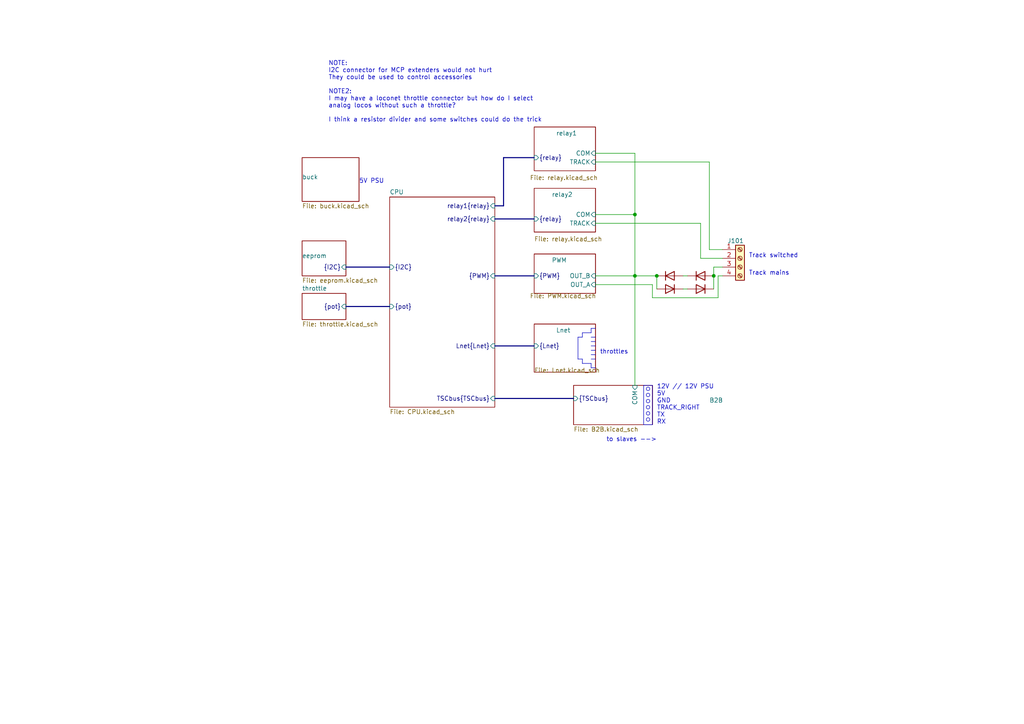
<source format=kicad_sch>
(kicad_sch (version 20230121) (generator eeschema)
  (paper "A4")
  (lib_symbols
    (symbol "Connector:Screw_Terminal_01x04" (pin_names (offset 1.016) hide)
      (property "Reference" "J" (at 0 5.08 0))
      (property "Value" "Screw_Terminal_01x04" (at 0 -7.62 0))
      (symbol "Screw_Terminal_01x04_1_1"
        (rectangle (start -1.27 3.81) (end 1.27 -6.35) (stroke (width 0.254)) (fill (type background)))
        (circle (center 0 -5.08) (radius 0.635) (stroke (width 0.1524)))
        (circle (center 0 -2.54) (radius 0.635) (stroke (width 0.1524)))
        (polyline (pts (xy -0.5334 -4.7498) (xy 0.3302 -5.588)) (stroke (width 0.1524)))
        (polyline (pts (xy -0.5334 -2.2098) (xy 0.3302 -3.048)) (stroke (width 0.1524)))
        (polyline (pts (xy -0.5334 0.3302) (xy 0.3302 -0.508)) (stroke (width 0.1524)))
        (polyline (pts (xy -0.5334 2.8702) (xy 0.3302 2.032)) (stroke (width 0.1524)))
        (polyline (pts (xy -0.3556 -4.572) (xy 0.508 -5.4102)) (stroke (width 0.1524)))
        (polyline (pts (xy -0.3556 -2.032) (xy 0.508 -2.8702)) (stroke (width 0.1524)))
        (polyline (pts (xy -0.3556 0.508) (xy 0.508 -0.3302)) (stroke (width 0.1524)))
        (polyline (pts (xy -0.3556 3.048) (xy 0.508 2.2098)) (stroke (width 0.1524)))
        (circle (center 0 0) (radius 0.635) (stroke (width 0.1524)))
        (circle (center 0 2.54) (radius 0.635) (stroke (width 0.1524)))
        (pin passive line (at -5.08 2.54 0) (length 3.81) (name "Pin_1") (number "1"))
        (pin passive line (at -5.08 0 0) (length 3.81) (name "Pin_2") (number "2"))
        (pin passive line (at -5.08 -2.54 0) (length 3.81) (name "Pin_3") (number "3"))
        (pin passive line (at -5.08 -5.08 0) (length 3.81) (name "Pin_4") (number "4"))
      )
    )
    (symbol "custom_kicad_lib_sk:SS53" (pin_numbers hide) (pin_names (offset 1.016) hide)
      (property "Reference" "D" (at 0 2.54 0))
      (property "Value" "SS53" (at 0 -1.27 0))
      (symbol "SS53_0_1"
        (polyline (pts (xy -1.27 2.54) (xy -1.27 0)) (stroke (width 0.254)))
        (polyline (pts (xy 1.27 1.27) (xy -1.27 1.27)))
        (polyline (pts (xy 1.27 2.54) (xy 1.27 0) (xy -1.27 1.27) (xy 1.27 2.54)) (stroke (width 0.254)))
      )
      (symbol "SS53_1_1"
        (pin passive line (at -3.81 1.27 0) (length 2.54) (name "K") (number "1"))
        (pin passive line (at 3.81 1.27 180) (length 2.54) (name "A") (number "2"))
      )
    )
  )
  (bus_alias "I2C" (members "SDA" "SCL"))
  (bus_alias "Lnet" (members "Tx" "Rx"))
  (bus_alias "PWM" (members "A" "B" "CS"))
  (bus_alias "relay" (members "relay" "sensor" "add"))
  (junction (at 190.5 80.01))
  (junction (at 207.01 80.01))
  (junction (at 184.15 80.01))
  (junction (at 184.15 62.23))
  (polyline (pts (xy 168.91 104.14) (xy 167.64 104.14)))
  (wire (pts (xy 208.28 86.36) (xy 208.28 80.01)))
  (wire (pts (xy 203.2 64.77) (xy 172.72 64.77)))
  (polyline (pts (xy 167.64 104.14) (xy 167.64 97.79)))
  (polyline (pts (xy 171.45 105.41) (xy 168.91 105.41)))
  (wire (pts (xy 205.74 72.39) (xy 209.55 72.39)))
  (wire (pts (xy 207.01 80.01) (xy 207.01 77.47)))
  (bus (pts (xy 146.05 45.72) (xy 154.94 45.72)))
  (wire (pts (xy 172.72 80.01) (xy 184.15 80.01)))
  (polyline (pts (xy 171.45 101.6) (xy 172.72 101.6)))
  (wire (pts (xy 184.15 80.01) (xy 184.15 62.23)))
  (polyline (pts (xy 171.45 96.52) (xy 171.45 95.25)))
  (wire (pts (xy 189.23 82.55) (xy 189.23 86.36)))
  (wire (pts (xy 190.5 80.01) (xy 184.15 80.01)))
  (bus (pts (xy 143.51 59.69) (xy 146.05 59.69)))
  (wire (pts (xy 184.15 44.45) (xy 184.15 62.23)))
  (polyline (pts (xy 171.45 97.79) (xy 172.72 97.79)))
  (bus (pts (xy 146.05 59.69) (xy 146.05 45.72)))
  (polyline (pts (xy 168.91 97.79) (xy 168.91 96.52)))
  (wire (pts (xy 190.5 80.01) (xy 190.5 83.82)))
  (polyline (pts (xy 172.72 106.68) (xy 171.45 106.68)))
  (bus (pts (xy 143.51 80.01) (xy 154.94 80.01)))
  (wire (pts (xy 199.39 83.82) (xy 198.12 83.82)))
  (wire (pts (xy 203.2 74.93) (xy 203.2 64.77)))
  (polyline (pts (xy 171.45 106.68) (xy 171.45 105.41)))
  (wire (pts (xy 205.74 46.99) (xy 205.74 72.39)))
  (polyline (pts (xy 171.45 102.87) (xy 172.72 102.87)))
  (polyline (pts (xy 171.45 100.33) (xy 172.72 100.33)))
  (polyline (pts (xy 168.91 105.41) (xy 168.91 104.14)))
  (wire (pts (xy 184.15 62.23) (xy 172.72 62.23)))
  (polyline (pts (xy 167.64 97.79) (xy 168.91 97.79)))
  (wire (pts (xy 207.01 77.47) (xy 209.55 77.47)))
  (polyline (pts (xy 171.45 95.25) (xy 172.72 95.25)))
  (bus (pts (xy 143.51 63.5) (xy 154.94 63.5)))
  (polyline (pts (xy 168.91 96.52) (xy 171.45 96.52)))
  (wire (pts (xy 172.72 44.45) (xy 184.15 44.45)))
  (wire (pts (xy 184.15 80.01) (xy 184.15 111.76)))
  (bus (pts (xy 100.33 77.47) (xy 113.03 77.47)))
  (bus (pts (xy 100.33 88.9) (xy 113.03 88.9)))
  (wire (pts (xy 189.23 86.36) (xy 208.28 86.36)))
  (wire (pts (xy 207.01 80.01) (xy 207.01 83.82)))
  (wire (pts (xy 172.72 46.99) (xy 205.74 46.99)))
  (wire (pts (xy 209.55 74.93) (xy 203.2 74.93)))
  (polyline (pts (xy 171.45 99.06) (xy 172.72 99.06)))
  (polyline (pts (xy 171.45 104.14) (xy 172.72 104.14)))
  (bus (pts (xy 143.51 100.33) (xy 154.94 100.33)))
  (wire (pts (xy 172.72 82.55) (xy 189.23 82.55)))
  (wire (pts (xy 208.28 80.01) (xy 209.55 80.01)))
  (bus (pts (xy 143.51 115.57) (xy 166.37 115.57)))
  (wire (pts (xy 199.39 80.01) (xy 198.12 80.01)))
  (circle (center 187.96 118.11) (radius 0.508))
  (circle (center 187.96 114.554) (radius 0.508))
  (rectangle (start 186.69 111.76) (end 189.23 123.19))
  (circle (center 187.96 121.666) (radius 0.508))
  (circle (center 187.96 116.332) (radius 0.508))
  (circle (center 187.96 119.888) (radius 0.508))
  (circle (center 187.96 112.776) (radius 0.508))
  (text "5V PSU" (at 104.14 53.34 0) (effects (font (size 1.27 1.27)) (justify left bottom)))
  (text "NOTE:\nI2C connector for MCP extenders would not hurt\nThey could be used to control accessories\n\nNOTE2:\nI may have a loconet throttle connector but how do I select\nanalog locos without such a throttle?\n\nI think a resistor divider and some switches could do the trick" (at 95.25 35.56 0) (effects (font (size 1.27 1.27)) (justify left bottom)))
  (text "Track switched" (at 217.17 74.93 0) (effects (font (size 1.27 1.27)) (justify left bottom)))
  (text "throttles" (at 173.99 102.87 0) (effects (font (size 1.27 1.27)) (justify left bottom)))
  (text "to slaves -->" (at 190.5 128.27 0) (effects (font (size 1.27 1.27)) (justify right bottom)))
  (text "Track mains" (at 217.17 80.01 0) (effects (font (size 1.27 1.27)) (justify left bottom)))
  (text "12V // 12V PSU\n5V\nGND\nTRACK_RIGHT\nTX\nRX" (at 190.5 123.19 0) (effects (font (size 1.27 1.27)) (justify left bottom)))
  (symbol (lib_id "custom_kicad_lib_sk:SS53") (at 203.2 81.28 0) (unit 1)
    (property "Reference" "D103" (effects hide))
    (property "Value" "SS53" (effects hide))
    (property "Footprint" "Diode_SMD:D_SMA" (effects hide))
    (property "Sim.Device" "D" (effects hide))
    (property "Sim.Pins" "1=K 2=A" (effects hide))
    (property "JLCPCB Part#" "C8678" (effects hide))
  )
  (symbol (lib_id "custom_kicad_lib_sk:SS53") (at 203.2 82.55 180) (unit 1)
    (property "Reference" "D104" (effects hide))
    (property "Value" "SS53" (effects hide))
    (property "Footprint" "Diode_SMD:D_SMA" (effects hide))
    (property "Sim.Device" "D" (effects hide))
    (property "Sim.Pins" "1=K 2=A" (effects hide))
    (property "JLCPCB Part#" "C8678" (effects hide))
  )
  (symbol (lib_id "Connector:Screw_Terminal_01x04") (at 214.63 74.93 0) (unit 1)
    (property "Reference" "J101" (at 213.36 69.85 0))
    (property "Value" "Screw_Terminal_01x04" (effects hide))
    (property "Footprint" "TerminalBlock_Phoenix:TerminalBlock_Phoenix_MKDS-1,5-4-5.08_1x04_P5.08mm_Horizontal" (effects hide))
  )
  (symbol (lib_id "custom_kicad_lib_sk:SS53") (at 194.31 82.55 180) (unit 1)
    (property "Reference" "D102" (effects hide))
    (property "Value" "SS53" (effects hide))
    (property "Footprint" "Diode_SMD:D_SMA" (effects hide))
    (property "Sim.Device" "D" (effects hide))
    (property "Sim.Pins" "1=K 2=A" (effects hide))
    (property "JLCPCB Part#" "C8678" (effects hide))
  )
  (symbol (lib_id "custom_kicad_lib_sk:SS53") (at 194.31 81.28 0) (unit 1)
    (property "Reference" "D101" (effects hide))
    (property "Value" "SS53" (effects hide))
    (property "Footprint" "Diode_SMD:D_SMA" (effects hide))
    (property "Sim.Device" "D" (effects hide))
    (property "Sim.Pins" "1=K 2=A" (effects hide))
    (property "JLCPCB Part#" "C8678" (effects hide))
  )
  (sheet (at 166.37 111.76) (size 22.86 11.43) (stroke (width 0.1524))
    (property "Sheetname" "B2B" (at 205.74 116.84 0) (effects (justify left bottom)))
    (property "Sheetfile" "B2B.kicad_sch" (at 166.37 123.7746 0) (effects (justify left top)))
    (pin "COM" input (at 184.15 111.76 90))
    (pin "{TSCbus}" input (at 166.37 115.57 180))
  )
  (sheet (at 113.03 57.15) (size 30.48 60.96) (stroke (width 0.1524))
    (property "Sheetname" "CPU" (at 113.03 56.4384 0) (effects (justify left bottom)))
    (property "Sheetfile" "CPU.kicad_sch" (at 113.03 118.6946 0) (effects (justify left top)))
    (pin "relay1{relay}" input (at 143.51 59.69 0))
    (pin "relay2{relay}" input (at 143.51 63.5 0))
    (pin "{I2C}" input (at 113.03 77.47 180))
    (pin "Lnet{Lnet}" input (at 143.51 100.33 0))
    (pin "TSCbus{TSCbus}" input (at 143.51 115.57 0))
    (pin "{PWM}" input (at 143.51 80.01 0))
    (pin "{pot}" input (at 113.03 88.9 180))
  )
  (sheet (at 154.94 54.61) (size 17.78 12.7) (stroke (width 0.1524))
    (property "Sheetname" "relay2" (at 160.02 57.15 0) (effects (justify left bottom)))
    (property "Sheetfile" "relay.kicad_sch" (at 154.94 68.58 0) (effects (justify left top)))
    (pin "TRACK" input (at 172.72 64.77 0))
    (pin "{relay}" input (at 154.94 63.5 180))
    (pin "COM" input (at 172.72 62.23 0))
  )
  (sheet (at 87.63 85.09) (size 12.7 7.62) (stroke (width 0.1524))
    (property "Sheetname" "throttle" (at 87.63 84.3784 0) (effects (justify left bottom)))
    (property "Sheetfile" "throttle.kicad_sch" (at 87.63 93.2946 0) (effects (justify left top)))
    (pin "{pot}" input (at 100.33 88.9 0))
  )
  (sheet (at 154.94 36.83) (size 17.78 12.7) (stroke (width 0.1524))
    (property "Sheetname" "relay1" (at 161.29 39.37 0) (effects (justify left bottom)))
    (property "Sheetfile" "relay.kicad_sch" (at 153.67 50.8 0) (effects (justify left top)))
    (pin "TRACK" input (at 172.72 46.99 0))
    (pin "{relay}" input (at 154.94 45.72 180))
    (pin "COM" input (at 172.72 44.45 0))
  )
  (sheet (at 154.94 73.66) (size 17.78 11.43) (stroke (width 0.1524))
    (property "Sheetname" "PWM" (at 160.02 76.2 0) (effects (justify left bottom)))
    (property "Sheetfile" "PWM.kicad_sch" (at 153.67 85.09 0) (effects (justify left top)))
    (pin "OUT_B" input (at 172.72 80.01 0))
    (pin "OUT_A" input (at 172.72 82.55 0))
    (pin "{PWM}" input (at 154.94 80.01 180))
  )
  (sheet (at 154.94 93.98) (size 17.78 13.97) (stroke (width 0.1524))
    (property "Sheetname" "Lnet" (at 161.29 96.52 0) (effects (justify left bottom)))
    (property "Sheetfile" "Lnet.kicad_sch" (at 154.94 106.68 0) (effects (justify left top)))
    (pin "{Lnet}" input (at 154.94 100.33 180))
  )
  (sheet (at 87.63 69.85) (size 12.7 10.16) (stroke (width 0.1524))
    (property "Sheetname" "eeprom" (at 87.63 74.93 0) (effects (justify left bottom)))
    (property "Sheetfile" "eeprom.kicad_sch" (at 87.63 80.5946 0) (effects (justify left top)))
    (pin "{I2C}" input (at 100.33 77.47 0))
  )
  (sheet (at 87.63 45.72) (size 16.51 12.7) (stroke (width 0.1524))
    (property "Sheetname" "buck" (at 87.63 52.07 0) (effects (justify left bottom)))
    (property "Sheetfile" "buck.kicad_sch" (at 87.63 59.0046 0) (effects (justify left top)))
  )
)
</source>
